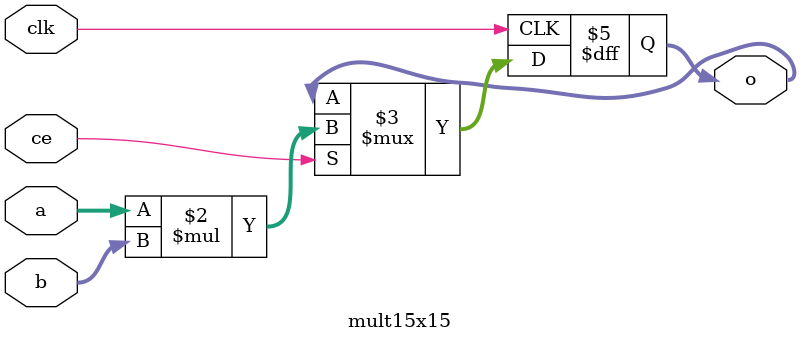
<source format=sv>

module mult15x15(clk, ce, a, b, o);
input clk;
input ce;
input [14:0] a;
input [14:0] b;
output reg [29:0] o;

always @(posedge clk)
  if (ce) o <= a * b;
  
endmodule

</source>
